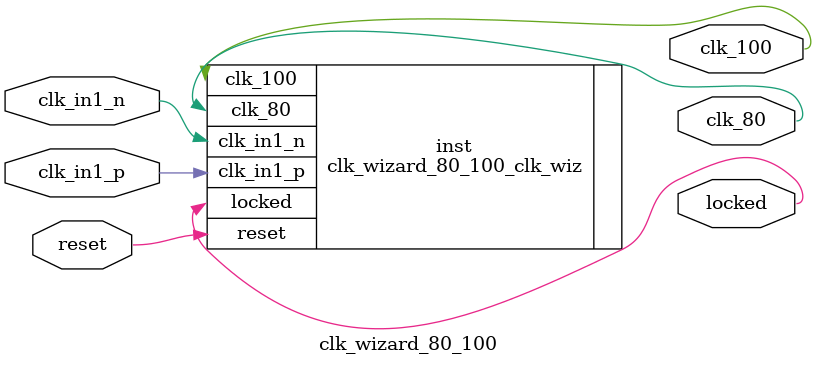
<source format=v>


`timescale 1ps/1ps

(* CORE_GENERATION_INFO = "clk_wizard_80_100,clk_wiz_v5_4_0_0,{component_name=clk_wizard_80_100,use_phase_alignment=true,use_min_o_jitter=false,use_max_i_jitter=false,use_dyn_phase_shift=false,use_inclk_switchover=false,use_dyn_reconfig=false,enable_axi=0,feedback_source=FDBK_AUTO,PRIMITIVE=MMCM,num_out_clk=2,clkin1_period=5.000,clkin2_period=10.0,use_power_down=false,use_reset=true,use_locked=true,use_inclk_stopped=false,feedback_type=SINGLE,CLOCK_MGR_TYPE=NA,manual_override=false}" *)

module clk_wizard_80_100 
 (
  // Clock out ports
  output        clk_80,
  output        clk_100,
  // Status and control signals
  input         reset,
  output        locked,
 // Clock in ports
  input         clk_in1_p,
  input         clk_in1_n
 );

  clk_wizard_80_100_clk_wiz inst
  (
  // Clock out ports  
  .clk_80(clk_80),
  .clk_100(clk_100),
  // Status and control signals               
  .reset(reset), 
  .locked(locked),
 // Clock in ports
  .clk_in1_p(clk_in1_p),
  .clk_in1_n(clk_in1_n)
  );

endmodule

</source>
